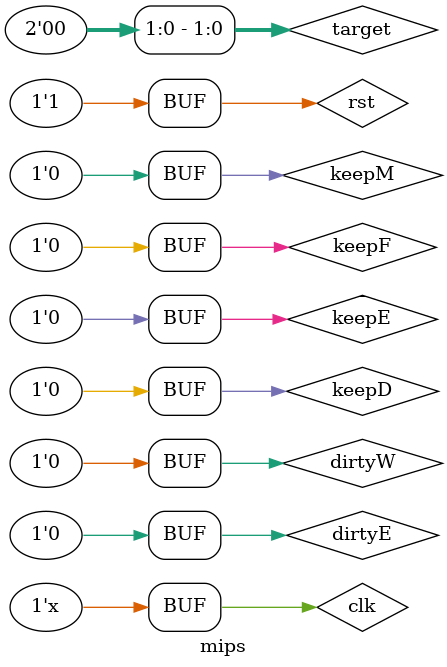
<source format=v>
`timescale 1ns/1ps
`include "registers/register.v"
`include "register_file/register_file.v"
`include "logic/flags.v"
`include "units/fetch_unit.v"
`include "units/decode_unit.v"
`include "units/control_unit.v"
`include "units/forward_unit.v"
`include "units/branch_unit.v"
`include "units/exec_unit.v"
`include "units/mem_unit.v"

module mips (
  //  input wire clk, rst
);
    reg clk, rst;
    reg keepF, keepD, keepE, keepM, dirtyE, dirtyW;
    wire jump;
    wire [31:0] pc, pc_in, target, pc_plus4
                , sp, sp_in;
    wire [31:0] instr, instrD;
    wire stallD;
    //pipeline registers
    wire [63:0] if_id;
    wire [104:0] id_ex;
    wire [88:0] ex_me;
    wire [68:0] me_wb;
    //
    wire [2:0] ex_rdst;
    wire ex_load;
    //WB signals
    wire [15:0] rData1, rData2;
    //CU signals
    wire skipW, skipM, skipE, push, pop, wr, imm1, imm2, load, setC;
    wire [2:0] func;
    wire [2:0] branch;
    //EU & ME signals
    wire z,n,c;
    wire ZF, NF, CF;
    wire [1:0] fwd1, fwd2;
    wire [2:0] znc;
    reg  [15:0] a, b, s1, s2;
    wire [15:0] r_s1;
    wire [15:0] r, do, wd;
    wire [31:0] addr;

    initial begin
        dirtyE = 1'b0;
        dirtyW = 1'b0;
        keepF  = 1'b0;
        keepD  = 1'b0;
        keepE  = 1'b0;
        keepM  = 1'b0;
        rst   = 1'b0;
        clk  = 1'b0;
        #200 
        rst = 1'b1;
    end

    always #100 clk <= ~clk;

    //Fetch Stage Instantiation
    register #(.WIDTH(32)) PC(.clk(clk), .rst(rst), .load(~keepF), 
                .in(pc_in), .out(pc));
    fetch_unit FU(.clk(clk), .pc(pc), .instr(instr)); 
    register  #(.WIDTH(64)) IF_ID(.clk(clk), .rst(rst), .load(~keepD),
                .in({instr, pc}), .out(if_id));
    //Decode Stage Instantiation
    decode_unit DU(.instr(instrD), .ex_rdst(id_ex[34:32]), .enable(~dirtyE), 
                .ex_ld(id_ex[100]), .stallD(stallD));
    register_file RegFile(.clk(clk), .rst(rst), .wd(wd),
                .wreg(me_wb[34:32]), .rreg1(instrD[12:10]), .rd1(rData1),
                .rreg2(instrD[15:13]), .rd2(rData2), .write(~me_wb[67] & ~dirtyW));
    control_unit CU(.opcode(instrD[6:0]), .wb_cntrl(skipW), .me_cntrl({wr, pop, push, skipM}),
                    .ex_cntrl({func, skipE}), .instr_id_srcs({branch, setC, load, imm2, imm1}));

    register  #(.WIDTH(105)) ID_EX(.clk(clk), .rst(rst), .load(~keepE),
                .in({branch, setC, load, imm2, imm1, rsrc2, rsrc1, func, skipE, wr,
                pop, push, skipM, skipW,
                instrD[15:0], rData2, rData1, instrD[9:7], if_id[31:0]}), .out(id_ex));
    //Execute Stage Instantiation
    exec_unit EU(.skip(id_ex[88]), .a(a), .b(b), .func(id_ex[91:89]), 
                .ra(r), .c(c), .n(n),  .z(z));
    flags FlagRegister(.clk(clk), .ld(~dirtyE), .sc(id_ex[101]), .znc(znc), .z(ZF), .n(NF), .c(CF));
    forward_unit FwdU(.en_me(~dirtyM), .en_wb(~dirtyW), .rsrc1(id_ex[94:92]), .rsrc2(id_ex[97:95]),
                .me_rdst(ex_me[34:32]), .wb_rdst(me_wb[34:32]), .fwd1(fwd1), .fwd2(fwd2));
    branch_unit BU(.enable(~dirtyE), .z(ZF), .n(NF), .c(CF),
                .jump(jump), .branch(id_ex[104:102]));
    
    register  #(.WIDTH(89)) EX_ME(.clk(clk), .rst(rst), .load(~keepM),
                .in({id_ex[88:83], s2, r, s1, id_ex[34:0]}), .out(ex_me)); 
    //Memory Stage Instantiation    
    mem_unit MU(.clk(clk), .wr(ex_me[87]), .dirty(dirtyM), .skip(ex_me[84]),
            .addr(addr), .in(ex_me[82:67]), .do(do));
    register #(.WIDTH(32)) SP(.clk(clk), .rst(rst),
            .load((ex_me[85] || ex_me[86]) && !(dirtyM || ex_me[84])), 
            .in(sp_in), .out(sp));
    register  #(.WIDTH(69)) ME_WB(.clk(clk), .rst(rst), .load(~keepW),
                .in({ex_me[84:83], do, r_s1, ex_me[34:0]}), .out(me_wb)); 


    //PC input mux
    assign pc_in = jump? target : pc + 32'd4;
    //IF_ID register
    assign instrD = if_id[63:32];
    //Branch target
    assign target = id_ex[31:0] + {{16{id_ex[82]}}, id_ex[82:67]} << 2; 
    //ALU sources muxes
    always @(fwd1, id_ex, wd, r_s1) begin
        case(imm1)
        1'b0: begin
            case(fwd1)
            2'b00: s1 <= id_ex[50:35]; //Rd1
            2'b01: s1 <= r_s1; //R/S1 
            2'b10: s1 <= wd; //R/S1 
            2'b11: s1 <= id_ex[50:35]; //Rd1 
            endcase
            a <= s1;
        end
        1'b1: a <= id_ex[82:67]; // Imm/Off
        endcase
    end
    always @(fwd2, id_ex, wd, r_s1) begin
        case(imm2)
        1'b0: begin
            case(fwd2)
            2'b00: s2 <= id_ex[66:51]; //Rd2
            2'b01: s2 <= r_s1; //R/S1 
            2'b10: s2 <= wd; //R/S1 
            2'b11: s2 <= id_ex[66:51]; //Rd2
            endcase
            b <= s2;
        end
        1'b1: b <= id_ex[82:67];
        endcase
    end
    //ZNC signals
    assign znc = !skipE? {z,n,c} : 3'b0;
    //Memory signals
    assign r_s1 = ex_me[88] ? ex_me[50:35] : ex_me[66:51];
    assign addr = (ex_me[85] || ex_me[86])? sp : ex_me[66:51];
    //SP input mux
    assign sp_in = ex_me[85]? sp - 2'd2 : sp + 2'd2;
    //WB output mux
    assign wd = me_wb[68]? me_wb[50:34] : me_wb[66:51];


endmodule
</source>
